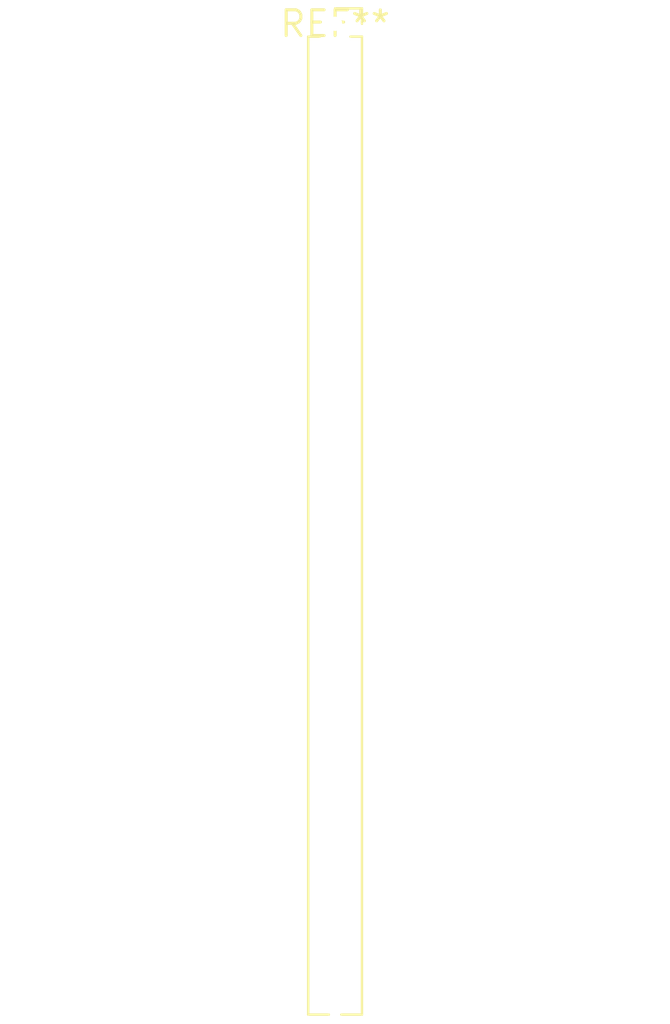
<source format=kicad_pcb>
(kicad_pcb (version 20240108) (generator pcbnew)
  (layers (0 "F.Cu" signal) (31 "B.Cu" signal) (34 "B.Paste" user) (35 "F.Paste" user) (36 "B.SilkS" user "B.Silkscreen") (37 "F.SilkS" user "F.Silkscreen") (38 "B.Mask" user) (39 "F.Mask" user) (44 "Edge.Cuts" user))
  (net 0 "")
  (footprint "PinSocket_1x39_P1.27mm_Vertical" (layer "F.Cu") (at 0 0)
    (property "Reference" "REF**")
    (property "Value" "PinSocket_1x39_P1.27mm_Vertical")
    (fp_line (start -1.33 0.635) (end -1.33 48.955) (layer "F.SilkS") (stroke (width 0.12)))
    (fp_line (start -1.33 0.635) (end -0.76 0.635) (layer "F.SilkS") (stroke (width 0.12)))
    (fp_line (start -1.33 48.955) (end -0.30753 48.955) (layer "F.SilkS") (stroke (width 0.12)))
    (fp_line (start 0 -0.76) (end 1.33 -0.76) (layer "F.SilkS") (stroke (width 0.12)))
    (fp_line (start 0.30753 48.955) (end 1.33 48.955) (layer "F.SilkS") (stroke (width 0.12)))
    (fp_line (start 0.76 0.635) (end 1.33 0.635) (layer "F.SilkS") (stroke (width 0.12)))
    (fp_line (start 1.33 -0.76) (end 1.33 0) (layer "F.SilkS") (stroke (width 0.12)))
    (fp_line (start 1.33 0.635) (end 1.33 48.955) (layer "F.SilkS") (stroke (width 0.12)))
    (pad "1" thru_hole rect (at 0 0) (size 1 1) (drill 0.7) (layers *.Cu *.Mask) (remove_unused_layers))
    (pad "2" thru_hole oval (at 0 1.27) (size 1 1) (drill 0.7) (layers *.Cu *.Mask) (remove_unused_layers))
    (pad "3" thru_hole oval (at 0 2.54) (size 1 1) (drill 0.7) (layers *.Cu *.Mask) (remove_unused_layers))
    (pad "4" thru_hole oval (at 0 3.81) (size 1 1) (drill 0.7) (layers *.Cu *.Mask) (remove_unused_layers))
    (pad "5" thru_hole oval (at 0 5.08) (size 1 1) (drill 0.7) (layers *.Cu *.Mask) (remove_unused_layers))
    (pad "6" thru_hole oval (at 0 6.35) (size 1 1) (drill 0.7) (layers *.Cu *.Mask) (remove_unused_layers))
    (pad "7" thru_hole oval (at 0 7.62) (size 1 1) (drill 0.7) (layers *.Cu *.Mask) (remove_unused_layers))
    (pad "8" thru_hole oval (at 0 8.89) (size 1 1) (drill 0.7) (layers *.Cu *.Mask) (remove_unused_layers))
    (pad "9" thru_hole oval (at 0 10.16) (size 1 1) (drill 0.7) (layers *.Cu *.Mask) (remove_unused_layers))
    (pad "10" thru_hole oval (at 0 11.43) (size 1 1) (drill 0.7) (layers *.Cu *.Mask) (remove_unused_layers))
    (pad "11" thru_hole oval (at 0 12.7) (size 1 1) (drill 0.7) (layers *.Cu *.Mask) (remove_unused_layers))
    (pad "12" thru_hole oval (at 0 13.97) (size 1 1) (drill 0.7) (layers *.Cu *.Mask) (remove_unused_layers))
    (pad "13" thru_hole oval (at 0 15.24) (size 1 1) (drill 0.7) (layers *.Cu *.Mask) (remove_unused_layers))
    (pad "14" thru_hole oval (at 0 16.51) (size 1 1) (drill 0.7) (layers *.Cu *.Mask) (remove_unused_layers))
    (pad "15" thru_hole oval (at 0 17.78) (size 1 1) (drill 0.7) (layers *.Cu *.Mask) (remove_unused_layers))
    (pad "16" thru_hole oval (at 0 19.05) (size 1 1) (drill 0.7) (layers *.Cu *.Mask) (remove_unused_layers))
    (pad "17" thru_hole oval (at 0 20.32) (size 1 1) (drill 0.7) (layers *.Cu *.Mask) (remove_unused_layers))
    (pad "18" thru_hole oval (at 0 21.59) (size 1 1) (drill 0.7) (layers *.Cu *.Mask) (remove_unused_layers))
    (pad "19" thru_hole oval (at 0 22.86) (size 1 1) (drill 0.7) (layers *.Cu *.Mask) (remove_unused_layers))
    (pad "20" thru_hole oval (at 0 24.13) (size 1 1) (drill 0.7) (layers *.Cu *.Mask) (remove_unused_layers))
    (pad "21" thru_hole oval (at 0 25.4) (size 1 1) (drill 0.7) (layers *.Cu *.Mask) (remove_unused_layers))
    (pad "22" thru_hole oval (at 0 26.67) (size 1 1) (drill 0.7) (layers *.Cu *.Mask) (remove_unused_layers))
    (pad "23" thru_hole oval (at 0 27.94) (size 1 1) (drill 0.7) (layers *.Cu *.Mask) (remove_unused_layers))
    (pad "24" thru_hole oval (at 0 29.21) (size 1 1) (drill 0.7) (layers *.Cu *.Mask) (remove_unused_layers))
    (pad "25" thru_hole oval (at 0 30.48) (size 1 1) (drill 0.7) (layers *.Cu *.Mask) (remove_unused_layers))
    (pad "26" thru_hole oval (at 0 31.75) (size 1 1) (drill 0.7) (layers *.Cu *.Mask) (remove_unused_layers))
    (pad "27" thru_hole oval (at 0 33.02) (size 1 1) (drill 0.7) (layers *.Cu *.Mask) (remove_unused_layers))
    (pad "28" thru_hole oval (at 0 34.29) (size 1 1) (drill 0.7) (layers *.Cu *.Mask) (remove_unused_layers))
    (pad "29" thru_hole oval (at 0 35.56) (size 1 1) (drill 0.7) (layers *.Cu *.Mask) (remove_unused_layers))
    (pad "30" thru_hole oval (at 0 36.83) (size 1 1) (drill 0.7) (layers *.Cu *.Mask) (remove_unused_layers))
    (pad "31" thru_hole oval (at 0 38.1) (size 1 1) (drill 0.7) (layers *.Cu *.Mask) (remove_unused_layers))
    (pad "32" thru_hole oval (at 0 39.37) (size 1 1) (drill 0.7) (layers *.Cu *.Mask) (remove_unused_layers))
    (pad "33" thru_hole oval (at 0 40.64) (size 1 1) (drill 0.7) (layers *.Cu *.Mask) (remove_unused_layers))
    (pad "34" thru_hole oval (at 0 41.91) (size 1 1) (drill 0.7) (layers *.Cu *.Mask) (remove_unused_layers))
    (pad "35" thru_hole oval (at 0 43.18) (size 1 1) (drill 0.7) (layers *.Cu *.Mask) (remove_unused_layers))
    (pad "36" thru_hole oval (at 0 44.45) (size 1 1) (drill 0.7) (layers *.Cu *.Mask) (remove_unused_layers))
    (pad "37" thru_hole oval (at 0 45.72) (size 1 1) (drill 0.7) (layers *.Cu *.Mask) (remove_unused_layers))
    (pad "38" thru_hole oval (at 0 46.99) (size 1 1) (drill 0.7) (layers *.Cu *.Mask) (remove_unused_layers))
    (pad "39" thru_hole oval (at 0 48.26) (size 1 1) (drill 0.7) (layers *.Cu *.Mask) (remove_unused_layers))
  )
)
</source>
